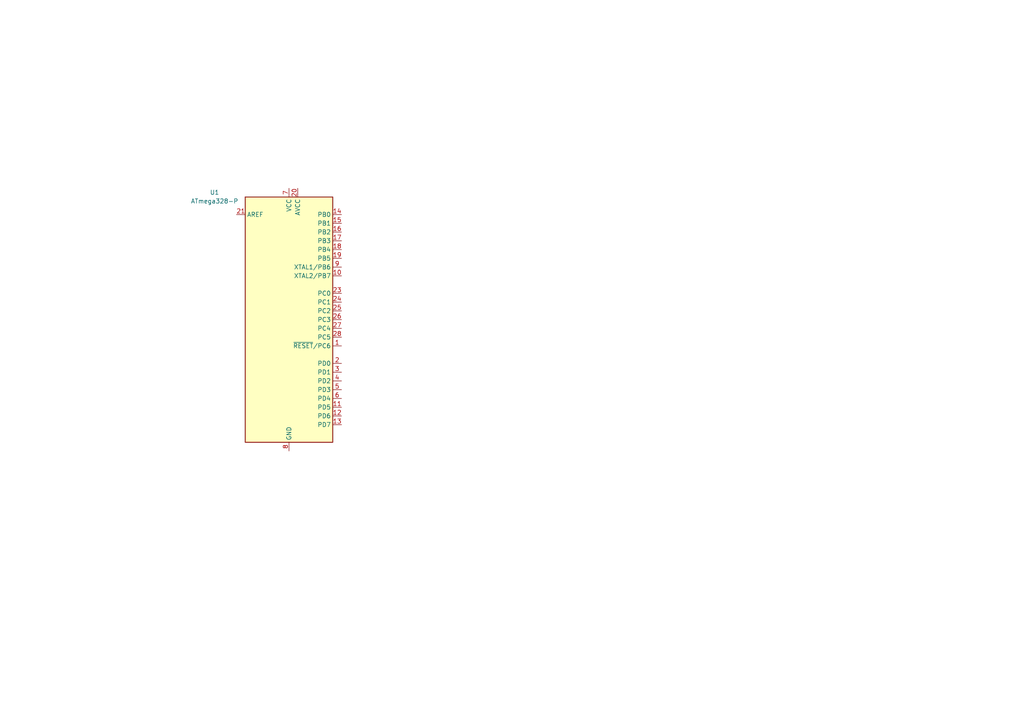
<source format=kicad_sch>
(kicad_sch (version 20250114) (generator "eeschema") (generator_version "9.0")
  (paper "A4")
  (lib_symbols
    (symbol "MCU_Microchip_ATmega:ATmega328-P"
      (property "Reference" "U" (at -12.7 36.83 0))
      (property "Value" "ATmega328-P" (at 2.54 -36.83 0))
      (symbol "ATmega328-P_0_1"
        (rectangle (start -12.7 -35.56) (end 12.7 35.56) (stroke (width 0.254)) (fill (type background)))
      )
      (symbol "ATmega328-P_1_1"
        (pin passive line (at -15.24 30.48 0) (length 2.54) (name "AREF") (number "21"))
        (pin power_in line (at 0 38.1 270) (length 2.54) (name "VCC") (number "7"))
        (pin passive line (at 0 -38.1 90) (length 2.54) (hide yes) (name "GND") (number "22"))
        (pin power_in line (at 0 -38.1 90) (length 2.54) (name "GND") (number "8"))
        (pin power_in line (at 2.54 38.1 270) (length 2.54) (name "AVCC") (number "20"))
        (pin bidirectional line (at 15.24 30.48 180) (length 2.54) (name "PB0") (number "14"))
        (pin bidirectional line (at 15.24 27.94 180) (length 2.54) (name "PB1") (number "15"))
        (pin bidirectional line (at 15.24 25.4 180) (length 2.54) (name "PB2") (number "16"))
        (pin bidirectional line (at 15.24 22.86 180) (length 2.54) (name "PB3") (number "17"))
        (pin bidirectional line (at 15.24 20.32 180) (length 2.54) (name "PB4") (number "18"))
        (pin bidirectional line (at 15.24 17.78 180) (length 2.54) (name "PB5") (number "19"))
        (pin bidirectional line (at 15.24 15.24 180) (length 2.54) (name "XTAL1/PB6") (number "9"))
        (pin bidirectional line (at 15.24 12.7 180) (length 2.54) (name "XTAL2/PB7") (number "10"))
        (pin bidirectional line (at 15.24 7.62 180) (length 2.54) (name "PC0") (number "23"))
        (pin bidirectional line (at 15.24 5.08 180) (length 2.54) (name "PC1") (number "24"))
        (pin bidirectional line (at 15.24 2.54 180) (length 2.54) (name "PC2") (number "25"))
        (pin bidirectional line (at 15.24 0 180) (length 2.54) (name "PC3") (number "26"))
        (pin bidirectional line (at 15.24 -2.54 180) (length 2.54) (name "PC4") (number "27"))
        (pin bidirectional line (at 15.24 -5.08 180) (length 2.54) (name "PC5") (number "28"))
        (pin bidirectional line (at 15.24 -7.62 180) (length 2.54) (name "~{RESET}/PC6") (number "1"))
        (pin bidirectional line (at 15.24 -12.7 180) (length 2.54) (name "PD0") (number "2"))
        (pin bidirectional line (at 15.24 -15.24 180) (length 2.54) (name "PD1") (number "3"))
        (pin bidirectional line (at 15.24 -17.78 180) (length 2.54) (name "PD2") (number "4"))
        (pin bidirectional line (at 15.24 -20.32 180) (length 2.54) (name "PD3") (number "5"))
        (pin bidirectional line (at 15.24 -22.86 180) (length 2.54) (name "PD4") (number "6"))
        (pin bidirectional line (at 15.24 -25.4 180) (length 2.54) (name "PD5") (number "11"))
        (pin bidirectional line (at 15.24 -27.94 180) (length 2.54) (name "PD6") (number "12"))
        (pin bidirectional line (at 15.24 -30.48 180) (length 2.54) (name "PD7") (number "13"))
      )
    )
  )
  (symbol (lib_id "MCU_Microchip_ATmega:ATmega328-P") (at 83.82 92.71 0) (unit 1)
    (property "Reference" "U1" (at 62.23 55.8098 0))
    (property "Value" "ATmega328-P" (at 62.23 58.3498 0))
    (property "Footprint" "Package_DIP:DIP-28_W7.62mm" (effects (hide yes)))
    (property "Datasheet" "http://ww1.microchip.com/downloads/en/DeviceDoc/ATmega328_P%20AVR%20MCU%20with%20picoPower%20Technology%20Data%20Sheet%2040001984A.pdf" (effects (hide yes)))
    (property "Description" "20MHz, 32kB Flash, 2kB SRAM, 1kB EEPROM, DIP-28" (effects (hide yes)))
  )
)
</source>
